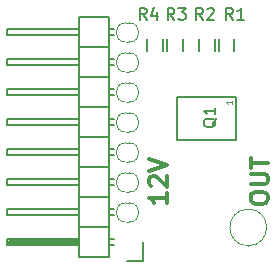
<source format=gto>
G04 #@! TF.FileFunction,Legend,Top*
%FSLAX46Y46*%
G04 Gerber Fmt 4.6, Leading zero omitted, Abs format (unit mm)*
G04 Created by KiCad (PCBNEW (2015-07-02 BZR 5871, Git 766da1e)-product) date 7/17/2015 2:49:37 PM*
%MOMM*%
G01*
G04 APERTURE LIST*
%ADD10C,0.100000*%
%ADD11C,0.300000*%
%ADD12C,0.150000*%
%ADD13C,0.062500*%
G04 APERTURE END LIST*
D10*
D11*
X164469071Y-116435000D02*
X164469071Y-116149286D01*
X164540500Y-116006428D01*
X164683357Y-115863571D01*
X164969071Y-115792143D01*
X165469071Y-115792143D01*
X165754786Y-115863571D01*
X165897643Y-116006428D01*
X165969071Y-116149286D01*
X165969071Y-116435000D01*
X165897643Y-116577857D01*
X165754786Y-116720714D01*
X165469071Y-116792143D01*
X164969071Y-116792143D01*
X164683357Y-116720714D01*
X164540500Y-116577857D01*
X164469071Y-116435000D01*
X164469071Y-115149285D02*
X165683357Y-115149285D01*
X165826214Y-115077857D01*
X165897643Y-115006428D01*
X165969071Y-114863571D01*
X165969071Y-114577857D01*
X165897643Y-114434999D01*
X165826214Y-114363571D01*
X165683357Y-114292142D01*
X164469071Y-114292142D01*
X164469071Y-113792142D02*
X164469071Y-112934999D01*
X165969071Y-113363570D02*
X164469071Y-113363570D01*
X157396571Y-115863571D02*
X157396571Y-116720714D01*
X157396571Y-116292142D02*
X155896571Y-116292142D01*
X156110857Y-116434999D01*
X156253714Y-116577857D01*
X156325143Y-116720714D01*
X156039429Y-115292143D02*
X155968000Y-115220714D01*
X155896571Y-115077857D01*
X155896571Y-114720714D01*
X155968000Y-114577857D01*
X156039429Y-114506428D01*
X156182286Y-114435000D01*
X156325143Y-114435000D01*
X156539429Y-114506428D01*
X157396571Y-115363571D01*
X157396571Y-114435000D01*
X155896571Y-114006429D02*
X157396571Y-113506429D01*
X155896571Y-113006429D01*
D12*
X163235640Y-107739180D02*
X163235640Y-111389180D01*
X163245800Y-111394240D02*
X158245800Y-111394240D01*
X158242000Y-107744260D02*
X158242000Y-111394260D01*
X163243260Y-107744260D02*
X158243260Y-107744260D01*
X161758000Y-103878000D02*
X161758000Y-102878000D01*
X163108000Y-102878000D02*
X163108000Y-103878000D01*
X160107000Y-103878000D02*
X160107000Y-102878000D01*
X161457000Y-102878000D02*
X161457000Y-103878000D01*
X155351000Y-121628500D02*
X155351000Y-120078500D01*
X154051000Y-121628500D02*
X155351000Y-121628500D01*
X149860000Y-120205500D02*
X144018000Y-120205500D01*
X144018000Y-120205500D02*
X144018000Y-119951500D01*
X144018000Y-119951500D02*
X149860000Y-119951500D01*
X149860000Y-119951500D02*
X149860000Y-120078500D01*
X149860000Y-120078500D02*
X144018000Y-120078500D01*
X152527000Y-102552500D02*
X152908000Y-102552500D01*
X152527000Y-102044500D02*
X152908000Y-102044500D01*
X152527000Y-120332500D02*
X152908000Y-120332500D01*
X152527000Y-119824500D02*
X152908000Y-119824500D01*
X152527000Y-117792500D02*
X152908000Y-117792500D01*
X152527000Y-117284500D02*
X152908000Y-117284500D01*
X152527000Y-115252500D02*
X152908000Y-115252500D01*
X152527000Y-114744500D02*
X152908000Y-114744500D01*
X152527000Y-104584500D02*
X152908000Y-104584500D01*
X152527000Y-105092500D02*
X152908000Y-105092500D01*
X152527000Y-107124500D02*
X152908000Y-107124500D01*
X152527000Y-107632500D02*
X152908000Y-107632500D01*
X152527000Y-109664500D02*
X152908000Y-109664500D01*
X152527000Y-110172500D02*
X152908000Y-110172500D01*
X152527000Y-112204500D02*
X152908000Y-112204500D01*
X152527000Y-112712500D02*
X152908000Y-112712500D01*
X152527000Y-106108500D02*
X149987000Y-106108500D01*
X152527000Y-106108500D02*
X152527000Y-103568500D01*
X152527000Y-103568500D02*
X149987000Y-103568500D01*
X149987000Y-105092500D02*
X143891000Y-105092500D01*
X143891000Y-105092500D02*
X143891000Y-104584500D01*
X143891000Y-104584500D02*
X149987000Y-104584500D01*
X149987000Y-103568500D02*
X149987000Y-106108500D01*
X149987000Y-101028500D02*
X149987000Y-103568500D01*
X143891000Y-102044500D02*
X149987000Y-102044500D01*
X143891000Y-102552500D02*
X143891000Y-102044500D01*
X149987000Y-102552500D02*
X143891000Y-102552500D01*
X152527000Y-103568500D02*
X152527000Y-101028500D01*
X152527000Y-103568500D02*
X149987000Y-103568500D01*
X152527000Y-101028500D02*
X149987000Y-101028500D01*
X152527000Y-121348500D02*
X149987000Y-121348500D01*
X152527000Y-118808500D02*
X149987000Y-118808500D01*
X152527000Y-118808500D02*
X152527000Y-116268500D01*
X152527000Y-116268500D02*
X149987000Y-116268500D01*
X149987000Y-117792500D02*
X143891000Y-117792500D01*
X143891000Y-117792500D02*
X143891000Y-117284500D01*
X143891000Y-117284500D02*
X149987000Y-117284500D01*
X149987000Y-116268500D02*
X149987000Y-118808500D01*
X149987000Y-118808500D02*
X149987000Y-121348500D01*
X143891000Y-119824500D02*
X149987000Y-119824500D01*
X143891000Y-120332500D02*
X143891000Y-119824500D01*
X149987000Y-120332500D02*
X143891000Y-120332500D01*
X152527000Y-118808500D02*
X149987000Y-118808500D01*
X152527000Y-121348500D02*
X152527000Y-118808500D01*
X152527000Y-111188500D02*
X149987000Y-111188500D01*
X152527000Y-111188500D02*
X152527000Y-108648500D01*
X152527000Y-108648500D02*
X149987000Y-108648500D01*
X149987000Y-110172500D02*
X143891000Y-110172500D01*
X143891000Y-110172500D02*
X143891000Y-109664500D01*
X143891000Y-109664500D02*
X149987000Y-109664500D01*
X149987000Y-108648500D02*
X149987000Y-111188500D01*
X149987000Y-106108500D02*
X149987000Y-108648500D01*
X143891000Y-107124500D02*
X149987000Y-107124500D01*
X143891000Y-107632500D02*
X143891000Y-107124500D01*
X149987000Y-107632500D02*
X143891000Y-107632500D01*
X152527000Y-106108500D02*
X149987000Y-106108500D01*
X152527000Y-108648500D02*
X152527000Y-106108500D01*
X152527000Y-108648500D02*
X149987000Y-108648500D01*
X152527000Y-113728500D02*
X149987000Y-113728500D01*
X152527000Y-113728500D02*
X152527000Y-111188500D01*
X152527000Y-111188500D02*
X149987000Y-111188500D01*
X149987000Y-112712500D02*
X143891000Y-112712500D01*
X143891000Y-112712500D02*
X143891000Y-112204500D01*
X143891000Y-112204500D02*
X149987000Y-112204500D01*
X149987000Y-111188500D02*
X149987000Y-113728500D01*
X149987000Y-113728500D02*
X149987000Y-116268500D01*
X143891000Y-114744500D02*
X149987000Y-114744500D01*
X143891000Y-115252500D02*
X143891000Y-114744500D01*
X149987000Y-115252500D02*
X143891000Y-115252500D01*
X152527000Y-113728500D02*
X149987000Y-113728500D01*
X152527000Y-116268500D02*
X152527000Y-113728500D01*
X152527000Y-116268500D02*
X149987000Y-116268500D01*
X157075500Y-102878000D02*
X157075500Y-103878000D01*
X155725500Y-103878000D02*
X155725500Y-102878000D01*
X158726500Y-102878000D02*
X158726500Y-103878000D01*
X157376500Y-103878000D02*
X157376500Y-102878000D01*
D10*
X154203400Y-116724900D02*
X153898600Y-116724900D01*
X154203400Y-118352100D02*
X153898600Y-118352100D01*
X153898600Y-116724900D02*
G75*
G03X153898600Y-118352100I0J-813600D01*
G01*
X154203400Y-118352100D02*
G75*
G03X154203400Y-116724900I0J813600D01*
G01*
X154203400Y-114184900D02*
X153898600Y-114184900D01*
X154203400Y-115812100D02*
X153898600Y-115812100D01*
X153898600Y-114184900D02*
G75*
G03X153898600Y-115812100I0J-813600D01*
G01*
X154203400Y-115812100D02*
G75*
G03X154203400Y-114184900I0J813600D01*
G01*
X154203400Y-111644900D02*
X153898600Y-111644900D01*
X154203400Y-113272100D02*
X153898600Y-113272100D01*
X153898600Y-111644900D02*
G75*
G03X153898600Y-113272100I0J-813600D01*
G01*
X154203400Y-113272100D02*
G75*
G03X154203400Y-111644900I0J813600D01*
G01*
X154203400Y-109104900D02*
X153898600Y-109104900D01*
X154203400Y-110732100D02*
X153898600Y-110732100D01*
X153898600Y-109104900D02*
G75*
G03X153898600Y-110732100I0J-813600D01*
G01*
X154203400Y-110732100D02*
G75*
G03X154203400Y-109104900I0J813600D01*
G01*
X154203400Y-106564900D02*
X153898600Y-106564900D01*
X154203400Y-108192100D02*
X153898600Y-108192100D01*
X153898600Y-106564900D02*
G75*
G03X153898600Y-108192100I0J-813600D01*
G01*
X154203400Y-108192100D02*
G75*
G03X154203400Y-106564900I0J813600D01*
G01*
X154203400Y-104024900D02*
X153898600Y-104024900D01*
X154203400Y-105652100D02*
X153898600Y-105652100D01*
X153898600Y-104024900D02*
G75*
G03X153898600Y-105652100I0J-813600D01*
G01*
X154203400Y-105652100D02*
G75*
G03X154203400Y-104024900I0J813600D01*
G01*
X154203400Y-101484900D02*
X153898600Y-101484900D01*
X154203400Y-103112100D02*
X153898600Y-103112100D01*
X153898600Y-101484900D02*
G75*
G03X153898600Y-103112100I0J-813600D01*
G01*
X154203400Y-103112100D02*
G75*
G03X154203400Y-101484900I0J813600D01*
G01*
X164274500Y-120358500D02*
X164274500Y-120358500D01*
X164274500Y-117258500D02*
X164274500Y-117258500D01*
X164274500Y-120358500D02*
G75*
G03X164274500Y-117258500I0J1550000D01*
G01*
X164274500Y-117258500D02*
G75*
G03X164274500Y-120358500I0J-1550000D01*
G01*
D12*
X161583619Y-109569238D02*
X161536000Y-109664476D01*
X161440762Y-109759714D01*
X161297905Y-109902571D01*
X161250286Y-109997810D01*
X161250286Y-110093048D01*
X161488381Y-110045429D02*
X161440762Y-110140667D01*
X161345524Y-110235905D01*
X161155048Y-110283524D01*
X160821714Y-110283524D01*
X160631238Y-110235905D01*
X160536000Y-110140667D01*
X160488381Y-110045429D01*
X160488381Y-109854952D01*
X160536000Y-109759714D01*
X160631238Y-109664476D01*
X160821714Y-109616857D01*
X161155048Y-109616857D01*
X161345524Y-109664476D01*
X161440762Y-109759714D01*
X161488381Y-109854952D01*
X161488381Y-110045429D01*
X161488381Y-108664476D02*
X161488381Y-109235905D01*
X161488381Y-108950191D02*
X160488381Y-108950191D01*
X160631238Y-109045429D01*
X160726476Y-109140667D01*
X160774095Y-109235905D01*
D13*
X162887790Y-108066223D02*
X162887790Y-108351937D01*
X162887790Y-108209080D02*
X162387790Y-108209080D01*
X162459219Y-108256699D01*
X162506838Y-108304318D01*
X162530648Y-108351937D01*
D12*
X162964834Y-101226881D02*
X162631500Y-100750690D01*
X162393405Y-101226881D02*
X162393405Y-100226881D01*
X162774358Y-100226881D01*
X162869596Y-100274500D01*
X162917215Y-100322119D01*
X162964834Y-100417357D01*
X162964834Y-100560214D01*
X162917215Y-100655452D01*
X162869596Y-100703071D01*
X162774358Y-100750690D01*
X162393405Y-100750690D01*
X163917215Y-101226881D02*
X163345786Y-101226881D01*
X163631500Y-101226881D02*
X163631500Y-100226881D01*
X163536262Y-100369738D01*
X163441024Y-100464976D01*
X163345786Y-100512595D01*
X160424834Y-101226881D02*
X160091500Y-100750690D01*
X159853405Y-101226881D02*
X159853405Y-100226881D01*
X160234358Y-100226881D01*
X160329596Y-100274500D01*
X160377215Y-100322119D01*
X160424834Y-100417357D01*
X160424834Y-100560214D01*
X160377215Y-100655452D01*
X160329596Y-100703071D01*
X160234358Y-100750690D01*
X159853405Y-100750690D01*
X160805786Y-100322119D02*
X160853405Y-100274500D01*
X160948643Y-100226881D01*
X161186739Y-100226881D01*
X161281977Y-100274500D01*
X161329596Y-100322119D01*
X161377215Y-100417357D01*
X161377215Y-100512595D01*
X161329596Y-100655452D01*
X160758167Y-101226881D01*
X161377215Y-101226881D01*
X158011834Y-101226881D02*
X157678500Y-100750690D01*
X157440405Y-101226881D02*
X157440405Y-100226881D01*
X157821358Y-100226881D01*
X157916596Y-100274500D01*
X157964215Y-100322119D01*
X158011834Y-100417357D01*
X158011834Y-100560214D01*
X157964215Y-100655452D01*
X157916596Y-100703071D01*
X157821358Y-100750690D01*
X157440405Y-100750690D01*
X158345167Y-100226881D02*
X158964215Y-100226881D01*
X158630881Y-100607833D01*
X158773739Y-100607833D01*
X158868977Y-100655452D01*
X158916596Y-100703071D01*
X158964215Y-100798310D01*
X158964215Y-101036405D01*
X158916596Y-101131643D01*
X158868977Y-101179262D01*
X158773739Y-101226881D01*
X158488024Y-101226881D01*
X158392786Y-101179262D01*
X158345167Y-101131643D01*
X155662334Y-101226881D02*
X155329000Y-100750690D01*
X155090905Y-101226881D02*
X155090905Y-100226881D01*
X155471858Y-100226881D01*
X155567096Y-100274500D01*
X155614715Y-100322119D01*
X155662334Y-100417357D01*
X155662334Y-100560214D01*
X155614715Y-100655452D01*
X155567096Y-100703071D01*
X155471858Y-100750690D01*
X155090905Y-100750690D01*
X156519477Y-100560214D02*
X156519477Y-101226881D01*
X156281381Y-100179262D02*
X156043286Y-100893548D01*
X156662334Y-100893548D01*
M02*

</source>
